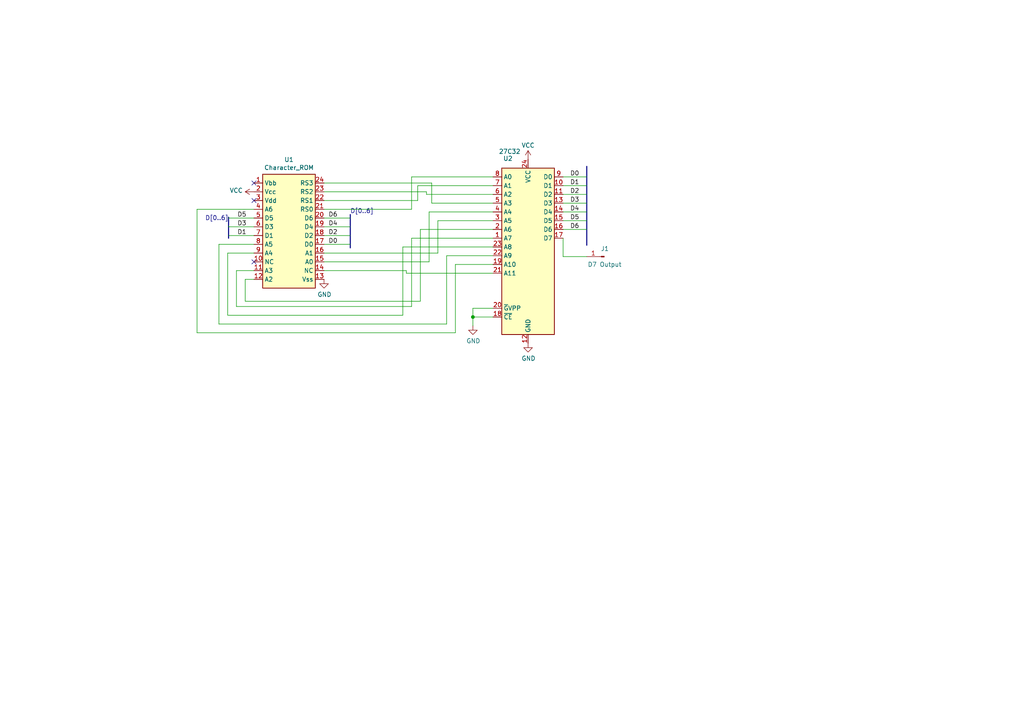
<source format=kicad_sch>
(kicad_sch (version 20231120) (generator "eeschema") (generator_version "8.0")
  (paper "A4")
  (title_block (title "N1 Graphics Exapnsion") (date "2023-10-29") (rev "1.2"))
  (lib_symbols
    (symbol "80bus:27C32"
      (property "Reference" "U" (at -7.62 24.13 0))
      (property "Value" "27C32" (at 2.54 -26.67 0))
      (symbol "27C32_1_1"
        (rectangle (start -7.62 22.86) (end 7.62 -25.4) (stroke (width 0.254)) (fill (type background)))
        (pin input line (at -10.16 2.54 0) (length 2.54) (name "A7") (number "1"))
        (pin tri_state line (at 10.16 17.78 180) (length 2.54) (name "D1") (number "10"))
        (pin tri_state line (at 10.16 15.24 180) (length 2.54) (name "D2") (number "11"))
        (pin power_in line (at 0 -27.94 90) (length 2.54) (name "GND") (number "12"))
        (pin tri_state line (at 10.16 12.7 180) (length 2.54) (name "D3") (number "13"))
        (pin tri_state line (at 10.16 10.16 180) (length 2.54) (name "D4") (number "14"))
        (pin tri_state line (at 10.16 7.62 180) (length 2.54) (name "D5") (number "15"))
        (pin tri_state line (at 10.16 5.08 180) (length 2.54) (name "D6") (number "16"))
        (pin tri_state line (at 10.16 2.54 180) (length 2.54) (name "D7") (number "17"))
        (pin input line (at -10.16 -20.32 0) (length 2.54) (name "~{CE}") (number "18"))
        (pin input line (at -10.16 -5.08 0) (length 2.54) (name "A10") (number "19"))
        (pin input line (at -10.16 5.08 0) (length 2.54) (name "A6") (number "2"))
        (pin input line (at -10.16 -17.78 0) (length 2.54) (name "~{G}VPP") (number "20"))
        (pin input line (at -10.16 -7.62 0) (length 2.54) (name "A11") (number "21"))
        (pin input line (at -10.16 -2.54 0) (length 2.54) (name "A9") (number "22"))
        (pin input line (at -10.16 0 0) (length 2.54) (name "A8") (number "23"))
        (pin power_in line (at 0 25.4 270) (length 2.54) (name "VCC") (number "24"))
        (pin input line (at -10.16 7.62 0) (length 2.54) (name "A5") (number "3"))
        (pin input line (at -10.16 10.16 0) (length 2.54) (name "A4") (number "4"))
        (pin input line (at -10.16 12.7 0) (length 2.54) (name "A3") (number "5"))
        (pin input line (at -10.16 15.24 0) (length 2.54) (name "A2") (number "6"))
        (pin input line (at -10.16 17.78 0) (length 2.54) (name "A1") (number "7"))
        (pin input line (at -10.16 20.32 0) (length 2.54) (name "A0") (number "8"))
        (pin tri_state line (at 10.16 20.32 180) (length 2.54) (name "D0") (number "9"))
      )
    )
    (symbol "80bus:Character_ROM"
      (property "Reference" "U" (at -7.62 24.13 0))
      (property "Value" "Character_ROM" (at -6.35 -12.7 0))
      (symbol "Character_ROM_1_1"
        (rectangle (start -7.62 22.86) (end 7.62 -10.16) (stroke (width 0.254)) (fill (type background)))
        (pin input line (at -10.16 20.32 0) (length 2.54) (name "Vbb") (number "1"))
        (pin input line (at -10.16 -2.54 0) (length 2.54) (name "NC") (number "10"))
        (pin input line (at -10.16 -5.08 0) (length 2.54) (name "A3") (number "11"))
        (pin input line (at -10.16 -7.62 0) (length 2.54) (name "A2") (number "12"))
        (pin input line (at 10.16 -7.62 180) (length 2.54) (name "Vss") (number "13"))
        (pin input line (at 10.16 -5.08 180) (length 2.54) (name "NC") (number "14"))
        (pin input line (at 10.16 -2.54 180) (length 2.54) (name "A0") (number "15"))
        (pin input line (at 10.16 0 180) (length 2.54) (name "A1") (number "16"))
        (pin input line (at 10.16 2.54 180) (length 2.54) (name "D0") (number "17"))
        (pin input line (at 10.16 5.08 180) (length 2.54) (name "D2") (number "18"))
        (pin input line (at 10.16 7.62 180) (length 2.54) (name "D4") (number "19"))
        (pin input line (at -10.16 17.78 0) (length 2.54) (name "Vcc") (number "2"))
        (pin input line (at 10.16 10.16 180) (length 2.54) (name "D6") (number "20"))
        (pin input line (at 10.16 12.7 180) (length 2.54) (name "RS0") (number "21"))
        (pin input line (at 10.16 15.24 180) (length 2.54) (name "RS1") (number "22"))
        (pin input line (at 10.16 17.78 180) (length 2.54) (name "RS2") (number "23"))
        (pin input line (at 10.16 20.32 180) (length 2.54) (name "RS3") (number "24"))
        (pin input line (at -10.16 15.24 0) (length 2.54) (name "Vdd") (number "3"))
        (pin input line (at -10.16 12.7 0) (length 2.54) (name "A6") (number "4"))
        (pin input line (at -10.16 10.16 0) (length 2.54) (name "D5") (number "5"))
        (pin input line (at -10.16 7.62 0) (length 2.54) (name "D3") (number "6"))
        (pin input line (at -10.16 5.08 0) (length 2.54) (name "D1") (number "7"))
        (pin input line (at -10.16 2.54 0) (length 2.54) (name "A5") (number "8"))
        (pin input line (at -10.16 0 0) (length 2.54) (name "A4") (number "9"))
      )
    )
    (symbol "Connector:Conn_01x01_Male" (pin_names (offset 1.016) hide)
      (property "Reference" "J" (at 0 2.54 0))
      (property "Value" "Conn_01x01_Male" (at 0 -2.54 0))
      (symbol "Conn_01x01_Male_1_1"
        (polyline (pts (xy 1.27 0) (xy 0.8636 0)) (stroke (width 0.1524)))
        (rectangle (start 0.8636 0.127) (end 0 -0.127) (stroke (width 0.1524)) (fill (type outline)))
        (pin passive line (at 5.08 0 180) (length 3.81) (name "Pin_1") (number "1"))
      )
    )
    (symbol "power:GND" (power) (pin_names (offset 0))
      (property "Value" "GND" (at 0 -3.81 0))
      (symbol "GND_0_1"
        (polyline (pts (xy 0 0) (xy 0 -1.27) (xy 1.27 -1.27) (xy 0 -2.54) (xy -1.27 -1.27) (xy 0 -1.27)))
      )
      (symbol "GND_1_1"
        (pin power_in line (at 0 0 270) (length 0) hide (name "GND") (number "1"))
      )
    )
    (symbol "power:VCC" (power) (pin_names (offset 0))
      (property "Value" "VCC" (at 0 3.81 0))
      (symbol "VCC_0_1"
        (polyline (pts (xy -0.762 1.27) (xy 0 2.54)))
        (polyline (pts (xy 0 0) (xy 0 2.54)))
        (polyline (pts (xy 0 2.54) (xy 0.762 1.27)))
      )
      (symbol "VCC_1_1"
        (pin power_in line (at 0 0 90) (length 0) hide (name "VCC") (number "1"))
      )
    )
  )
  (junction (at 137.16 91.948))
  (no_connect (at 73.66 58.166))
  (no_connect (at 73.66 53.086))
  (no_connect (at 73.66 75.946))
  (wire (pts (xy 73.66 68.326) (xy 66.294 68.326)))
  (wire (pts (xy 170.18 66.548) (xy 163.322 66.548)))
  (wire (pts (xy 93.98 60.706) (xy 119.38 60.706)))
  (wire (pts (xy 119.38 60.706) (xy 119.38 51.308)))
  (wire (pts (xy 116.84 71.628) (xy 143.002 71.628)))
  (wire (pts (xy 73.66 65.786) (xy 66.294 65.786)))
  (wire (pts (xy 117.856 79.248) (xy 143.002 79.248)))
  (wire (pts (xy 121.92 66.548) (xy 143.002 66.548)))
  (wire (pts (xy 66.294 65.786) (xy 66.294 65.532)))
  (wire (pts (xy 170.18 64.008) (xy 163.322 64.008)))
  (wire (pts (xy 63.5 70.866) (xy 63.5 93.98)))
  (bus (pts (xy 170.18 48.26) (xy 170.18 71.12)))
  (wire (pts (xy 93.98 78.486) (xy 117.856 78.486)))
  (wire (pts (xy 119.38 51.308) (xy 143.002 51.308)))
  (wire (pts (xy 143.002 69.088) (xy 119.38 69.088)))
  (wire (pts (xy 137.16 89.408) (xy 137.16 91.948)))
  (wire (pts (xy 121.92 87.376) (xy 121.92 66.548)))
  (wire (pts (xy 127 73.406) (xy 127 64.008)))
  (wire (pts (xy 57.15 96.52) (xy 132.08 96.52)))
  (wire (pts (xy 73.66 81.026) (xy 71.12 81.026)))
  (wire (pts (xy 119.38 88.9) (xy 68.58 88.9)))
  (wire (pts (xy 93.98 53.086) (xy 125.222 53.086)))
  (wire (pts (xy 73.66 60.706) (xy 57.15 60.706)))
  (wire (pts (xy 129.54 93.98) (xy 129.54 74.168)))
  (wire (pts (xy 132.08 76.708) (xy 143.002 76.708)))
  (wire (pts (xy 124.46 61.468) (xy 124.46 75.946)))
  (wire (pts (xy 116.84 91.44) (xy 116.84 71.628)))
  (wire (pts (xy 123.698 55.626) (xy 123.698 56.388)))
  (wire (pts (xy 71.12 87.376) (xy 121.92 87.376)))
  (wire (pts (xy 71.12 81.026) (xy 71.12 87.376)))
  (wire (pts (xy 170.18 53.848) (xy 163.322 53.848)))
  (wire (pts (xy 93.98 73.406) (xy 127 73.406)))
  (wire (pts (xy 66.04 73.406) (xy 66.04 91.44)))
  (wire (pts (xy 125.222 58.928) (xy 143.002 58.928)))
  (wire (pts (xy 170.18 51.308) (xy 163.322 51.308)))
  (wire (pts (xy 124.46 61.468) (xy 143.002 61.468)))
  (wire (pts (xy 121.158 58.166) (xy 121.158 53.848)))
  (wire (pts (xy 121.158 53.848) (xy 143.002 53.848)))
  (bus (pts (xy 66.294 62.992) (xy 66.294 69.088)))
  (wire (pts (xy 143.002 89.408) (xy 137.16 89.408)))
  (wire (pts (xy 170.18 58.928) (xy 163.322 58.928)))
  (wire (pts (xy 93.98 68.326) (xy 101.6 68.326)))
  (wire (pts (xy 127 64.008) (xy 143.002 64.008)))
  (wire (pts (xy 93.98 65.786) (xy 101.6 65.786)))
  (wire (pts (xy 73.66 63.246) (xy 66.294 63.246)))
  (wire (pts (xy 73.66 73.406) (xy 66.04 73.406)))
  (wire (pts (xy 129.54 74.168) (xy 143.002 74.168)))
  (wire (pts (xy 93.98 63.246) (xy 101.6 63.246)))
  (wire (pts (xy 137.16 91.948) (xy 143.002 91.948)))
  (wire (pts (xy 93.98 70.866) (xy 101.6 70.866)))
  (wire (pts (xy 132.08 96.52) (xy 132.08 76.708)))
  (wire (pts (xy 93.98 55.626) (xy 123.698 55.626)))
  (wire (pts (xy 57.15 60.706) (xy 57.15 96.52)))
  (wire (pts (xy 73.66 70.866) (xy 63.5 70.866)))
  (wire (pts (xy 125.222 53.086) (xy 125.222 58.928)))
  (wire (pts (xy 68.58 78.486) (xy 73.66 78.486)))
  (wire (pts (xy 163.322 74.422) (xy 170.18 74.422)))
  (wire (pts (xy 170.18 56.388) (xy 163.322 56.388)))
  (wire (pts (xy 117.856 78.486) (xy 117.856 79.248)))
  (wire (pts (xy 170.18 61.468) (xy 163.322 61.468)))
  (wire (pts (xy 93.98 75.946) (xy 124.46 75.946)))
  (wire (pts (xy 68.58 88.9) (xy 68.58 78.486)))
  (wire (pts (xy 123.698 56.388) (xy 143.002 56.388)))
  (wire (pts (xy 93.98 58.166) (xy 121.158 58.166)))
  (wire (pts (xy 63.5 93.98) (xy 129.54 93.98)))
  (wire (pts (xy 137.16 94.488) (xy 137.16 91.948)))
  (wire (pts (xy 66.04 91.44) (xy 116.84 91.44)))
  (bus (pts (xy 101.6 62.23) (xy 101.6 71.882)))
  (wire (pts (xy 163.322 69.088) (xy 163.322 74.422)))
  (wire (pts (xy 119.38 69.088) (xy 119.38 88.9)))
  (label "D6" (at 165.354 66.548 0))
  (label "D4" (at 95.25 65.786 0))
  (label "D3" (at 165.354 58.928 0))
  (label "D1" (at 165.354 53.848 0))
  (label "D5" (at 165.354 64.008 0))
  (label "D6" (at 95.25 63.246 0))
  (label "D2" (at 95.25 68.326 0))
  (label "D2" (at 165.354 56.388 0))
  (label "D0" (at 165.354 51.308 0))
  (label "D0" (at 95.25 70.866 0))
  (label "D3" (at 68.834 65.786 0))
  (label "D1" (at 68.834 68.326 0))
  (label "D[0..6]" (at 66.294 64.262 180))
  (label "D5" (at 68.834 63.246 0))
  (label "D4" (at 165.354 61.468 0))
  (label "D[0..6]" (at 101.6 62.23 0))
  (symbol (lib_id "80bus:27C32") (at 153.162 71.628 0) (unit 1)
    (property "Reference" "U2" (at 147.32 45.974 0))
    (property "Value" "27C32" (at 147.828 43.942 0))
    (property "Footprint" "Package_DIP:DIP-24_W15.24mm" (effects (hide yes)))
  )
  (symbol (lib_id "power:VCC") (at 73.66 55.626 90) (unit 1)
    (property "Reference" "#PWR0101" (effects (hide yes)))
    (property "Value" "VCC" (at 70.4342 55.245 90) (effects (justify left)))
  )
  (symbol (lib_id "power:GND") (at 93.98 81.026 0) (unit 1)
    (property "Reference" "#PWR0102" (effects (hide yes)))
    (property "Value" "GND" (at 94.107 85.4202 0))
  )
  (symbol (lib_id "power:GND") (at 153.162 99.568 0) (unit 1)
    (property "Reference" "#PWR0104" (effects (hide yes)))
    (property "Value" "GND" (at 153.289 103.9622 0))
  )
  (symbol (lib_id "power:VCC") (at 153.162 46.228 0) (unit 1)
    (property "Reference" "#PWR0105" (effects (hide yes)))
    (property "Value" "VCC" (at 153.162 42.164 0))
  )
  (symbol (lib_id "80bus:Character_ROM") (at 83.82 73.406 0) (unit 1)
    (property "Reference" "U1" (at 83.82 46.3042 0))
    (property "Value" "Character_ROM" (at 83.82 48.6156 0))
    (property "Footprint" "Package_DIP:DIP-24_W15.24mm" (effects (hide yes)))
    (property "Datasheet" "http://ww1.microchip.com/downloads/en/DeviceDoc/11107M.pdf" (effects (hide yes)))
  )
  (symbol (lib_id "power:GND") (at 137.16 94.488 0) (unit 1)
    (property "Reference" "#PWR0103" (effects (hide yes)))
    (property "Value" "GND" (at 137.287 98.8822 0))
  )
  (symbol (lib_id "Connector:Conn_01x01_Male") (at 175.26 74.422 180) (unit 1)
    (property "Reference" "J1" (at 174.244 72.136 0) (effects (justify right)))
    (property "Value" "D7 Output" (at 170.434 76.708 0) (effects (justify right)))
    (property "Footprint" "Connector_PinHeader_2.54mm:PinHeader_1x01_P2.54mm_Vertical" (effects (hide yes)))
  )
)
</source>
